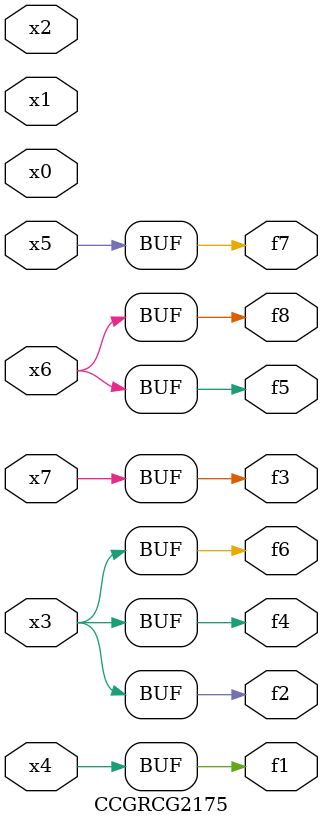
<source format=v>
module CCGRCG2175(
	input x0, x1, x2, x3, x4, x5, x6, x7,
	output f1, f2, f3, f4, f5, f6, f7, f8
);
	assign f1 = x4;
	assign f2 = x3;
	assign f3 = x7;
	assign f4 = x3;
	assign f5 = x6;
	assign f6 = x3;
	assign f7 = x5;
	assign f8 = x6;
endmodule

</source>
